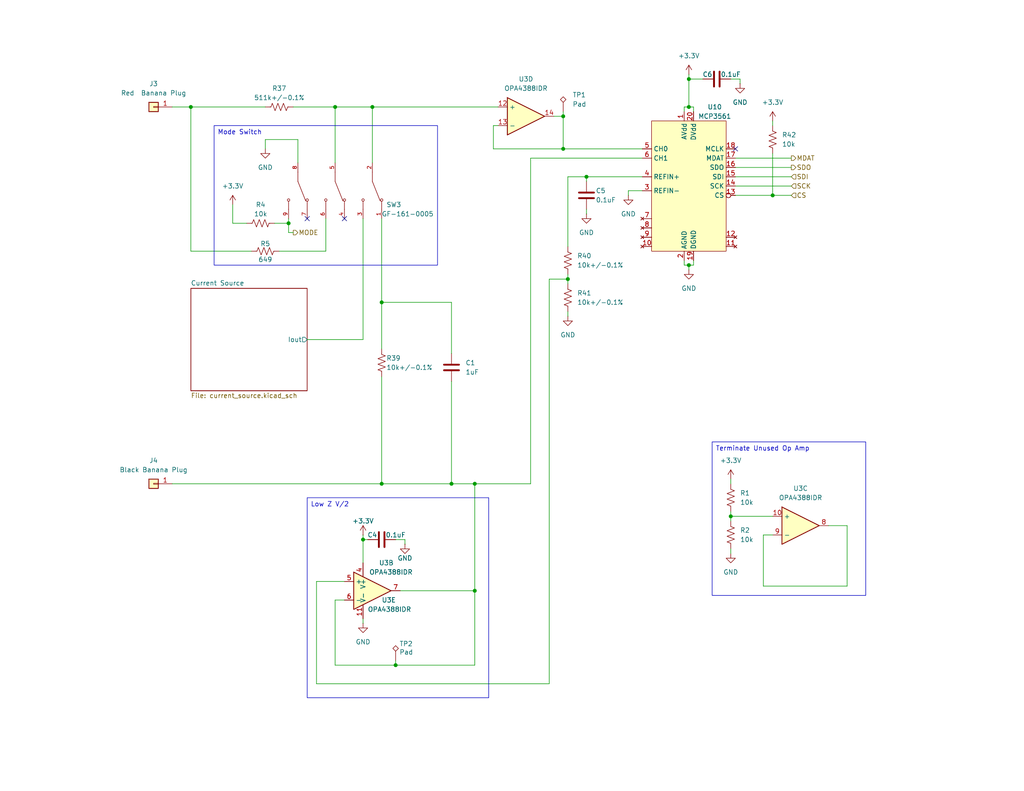
<source format=kicad_sch>
(kicad_sch (version 20231120) (generator "eeschema") (generator_version "8.0")
  (paper "A")
  (title_block (title "Multimeter Analog Front End") (date "2024-03-03") (rev "2"))
  (lib_symbols
    (symbol "Connector:TestPoint_Alt" (pin_numbers hide) (pin_names (offset 0.762) hide)
      (property "Reference" "TP" (at 0 6.858 0))
      (property "Value" "TestPoint_Alt" (at 0 5.08 0))
      (symbol "TestPoint_Alt_0_1"
        (polyline (pts (xy 0 2.54) (xy -0.762 3.302) (xy 0 4.064) (xy 0.762 3.302) (xy 0 2.54)))
      )
      (symbol "TestPoint_Alt_1_1"
        (pin passive line (at 0 0 90) (length 2.54) (name "1") (number "1"))
      )
    )
    (symbol "Connector_Generic:Conn_01x01" (pin_names (offset 1.016) hide)
      (property "Reference" "J" (at 0 2.54 0))
      (property "Value" "Conn_01x01" (at 0 -2.54 0))
      (symbol "Conn_01x01_1_1"
        (rectangle (start -1.27 0.127) (end 0 -0.127) (stroke (width 0.1524)))
        (rectangle (start -1.27 1.27) (end 1.27 -1.27) (stroke (width 0.254)) (fill (type background)))
        (pin passive line (at -5.08 0 0) (length 3.81) (name "Pin_1") (number "1"))
      )
    )
    (symbol "Device:C" (pin_numbers hide) (pin_names (offset 0.254))
      (property "Reference" "C" (at 0.635 2.54 0))
      (property "Value" "C" (at 0.635 -2.54 0))
      (symbol "C_0_1"
        (polyline (pts (xy -2.032 -0.762) (xy 2.032 -0.762)) (stroke (width 0.508)))
        (polyline (pts (xy -2.032 0.762) (xy 2.032 0.762)) (stroke (width 0.508)))
      )
      (symbol "C_1_1"
        (pin passive line (at 0 3.81 270) (length 2.794) (name "~") (number "1"))
        (pin passive line (at 0 -3.81 90) (length 2.794) (name "~") (number "2"))
      )
    )
    (symbol "Device:Opamp_Quad"
      (property "Reference" "U" (at 0 5.08 0))
      (property "Value" "Opamp_Quad" (at 0 -5.08 0))
      (symbol "Opamp_Quad_1_1"
        (polyline (pts (xy -5.08 5.08) (xy 5.08 0) (xy -5.08 -5.08) (xy -5.08 5.08)) (stroke (width 0.254)) (fill (type background)))
        (pin output line (at 7.62 0 180) (length 2.54) (name "~") (number "1"))
        (pin input line (at -7.62 -2.54 0) (length 2.54) (name "-") (number "2"))
        (pin input line (at -7.62 2.54 0) (length 2.54) (name "+") (number "3"))
      )
      (symbol "Opamp_Quad_2_1"
        (polyline (pts (xy -5.08 5.08) (xy 5.08 0) (xy -5.08 -5.08) (xy -5.08 5.08)) (stroke (width 0.254)) (fill (type background)))
        (pin input line (at -7.62 2.54 0) (length 2.54) (name "+") (number "5"))
        (pin input line (at -7.62 -2.54 0) (length 2.54) (name "-") (number "6"))
        (pin output line (at 7.62 0 180) (length 2.54) (name "~") (number "7"))
      )
      (symbol "Opamp_Quad_3_1"
        (polyline (pts (xy -5.08 5.08) (xy 5.08 0) (xy -5.08 -5.08) (xy -5.08 5.08)) (stroke (width 0.254)) (fill (type background)))
        (pin input line (at -7.62 2.54 0) (length 2.54) (name "+") (number "10"))
        (pin output line (at 7.62 0 180) (length 2.54) (name "~") (number "8"))
        (pin input line (at -7.62 -2.54 0) (length 2.54) (name "-") (number "9"))
      )
      (symbol "Opamp_Quad_4_1"
        (polyline (pts (xy -5.08 5.08) (xy 5.08 0) (xy -5.08 -5.08) (xy -5.08 5.08)) (stroke (width 0.254)) (fill (type background)))
        (pin input line (at -7.62 2.54 0) (length 2.54) (name "+") (number "12"))
        (pin input line (at -7.62 -2.54 0) (length 2.54) (name "-") (number "13"))
        (pin output line (at 7.62 0 180) (length 2.54) (name "~") (number "14"))
      )
      (symbol "Opamp_Quad_5_1"
        (pin power_in line (at -2.54 -7.62 90) (length 3.81) (name "V-") (number "11"))
        (pin power_in line (at -2.54 7.62 270) (length 3.81) (name "V+") (number "4"))
      )
    )
    (symbol "Device:R_US" (pin_numbers hide) (pin_names (offset 0))
      (property "Reference" "R" (at 2.54 0 90))
      (property "Value" "R_US" (at -2.54 0 90))
      (symbol "R_US_0_1"
        (polyline (pts (xy 0 -2.286) (xy 0 -2.54)))
        (polyline (pts (xy 0 2.286) (xy 0 2.54)))
        (polyline (pts (xy 0 -0.762) (xy 1.016 -1.143) (xy 0 -1.524) (xy -1.016 -1.905) (xy 0 -2.286)))
        (polyline (pts (xy 0 0.762) (xy 1.016 0.381) (xy 0 0) (xy -1.016 -0.381) (xy 0 -0.762)))
        (polyline (pts (xy 0 2.286) (xy 1.016 1.905) (xy 0 1.524) (xy -1.016 1.143) (xy 0 0.762)))
      )
      (symbol "R_US_1_1"
        (pin passive line (at 0 3.81 270) (length 1.27) (name "~") (number "1"))
        (pin passive line (at 0 -3.81 90) (length 1.27) (name "~") (number "2"))
      )
    )
    (symbol "multimeter_parts:GF-161-0005" (pin_names (offset 1.016))
      (property "Reference" "S" (at -2.54 15.24 0))
      (property "Value" "GF-161-0005" (at -2.54 -15.24 0))
      (symbol "GF-161-0005_0_0"
        (polyline (pts (xy -2.54 -10.16) (xy -5.08 -10.16)) (stroke (width 0.1524)))
        (polyline (pts (xy -2.54 -10.16) (xy 2.794 -8.0264)) (stroke (width 0.1524)))
        (polyline (pts (xy -2.54 0) (xy -5.08 0)) (stroke (width 0.1524)))
        (polyline (pts (xy -2.54 0) (xy 2.794 2.1336)) (stroke (width 0.1524)))
        (polyline (pts (xy -2.54 10.16) (xy -5.08 10.16)) (stroke (width 0.1524)))
        (polyline (pts (xy -2.54 10.16) (xy 2.794 12.2936)) (stroke (width 0.1524)))
        (polyline (pts (xy 5.08 -12.7) (xy 2.921 -12.7)) (stroke (width 0.1524)))
        (polyline (pts (xy 5.08 -7.62) (xy 2.921 -7.62)) (stroke (width 0.1524)))
        (polyline (pts (xy 5.08 -2.54) (xy 2.921 -2.54)) (stroke (width 0.1524)))
        (polyline (pts (xy 5.08 2.54) (xy 2.921 2.54)) (stroke (width 0.1524)))
        (polyline (pts (xy 5.08 7.62) (xy 2.921 7.62)) (stroke (width 0.1524)))
        (polyline (pts (xy 5.08 12.7) (xy 2.921 12.7)) (stroke (width 0.1524)))
        (circle (center 2.54 -12.7) (radius 0.3302) (stroke (width 0.1524)))
        (circle (center 2.54 -7.62) (radius 0.3302) (stroke (width 0.1524)))
        (circle (center 2.54 -2.54) (radius 0.3302) (stroke (width 0.1524)))
        (circle (center 2.54 2.54) (radius 0.3302) (stroke (width 0.1524)))
        (circle (center 2.54 7.62) (radius 0.3302) (stroke (width 0.1524)))
        (circle (center 2.54 12.7) (radius 0.3302) (stroke (width 0.1524)))
        (pin passive line (at 7.62 12.7 180) (length 2.54) (name "~") (number "1"))
        (pin passive line (at -7.62 10.16 0) (length 2.54) (name "~") (number "2"))
        (pin passive line (at 7.62 7.62 180) (length 2.54) (name "~") (number "3"))
        (pin passive line (at 7.62 2.54 180) (length 2.54) (name "~") (number "4"))
        (pin passive line (at -7.62 0 0) (length 2.54) (name "~") (number "5"))
        (pin passive line (at 7.62 -2.54 180) (length 2.54) (name "~") (number "6"))
        (pin passive line (at 7.62 -7.62 180) (length 2.54) (name "~") (number "7"))
        (pin passive line (at -7.62 -10.16 0) (length 2.54) (name "~") (number "8"))
        (pin passive line (at 7.62 -12.7 180) (length 2.54) (name "~") (number "9"))
      )
    )
    (symbol "multimeter_parts:MCP3561"
      (property "Reference" "U" (at -7.62 20.32 0))
      (property "Value" "MCP3561" (at -7.62 17.78 0))
      (symbol "MCP3561_1_1"
        (rectangle (start -10.16 16.51) (end 10.16 -19.05) (fill (type background)))
        (pin input line (at -1.27 19.05 270) (length 2.54) (name "AVdd") (number "1"))
        (pin no_connect line (at -12.7 -17.78 0) (length 2.54) (name "") (number "10"))
        (pin no_connect line (at 12.7 -17.78 180) (length 2.54) (name "") (number "11"))
        (pin no_connect line (at 12.7 -15.24 180) (length 2.54) (name "") (number "12"))
        (pin input inverted (at 12.7 -3.81 180) (length 2.54) (name "CS") (number "13"))
        (pin input line (at 12.7 -1.27 180) (length 2.54) (name "SCK") (number "14"))
        (pin input line (at 12.7 1.27 180) (length 2.54) (name "SDI") (number "15"))
        (pin input line (at 12.7 3.81 180) (length 2.54) (name "SDO") (number "16"))
        (pin input line (at 12.7 6.35 180) (length 2.54) (name "MDAT") (number "17"))
        (pin input line (at 12.7 8.89 180) (length 2.54) (name "MCLK") (number "18"))
        (pin input line (at 1.27 -21.59 90) (length 2.54) (name "DGND") (number "19"))
        (pin input line (at -1.27 -21.59 90) (length 2.54) (name "AGND") (number "2"))
        (pin input line (at 1.27 19.05 270) (length 2.54) (name "DVdd") (number "20"))
        (pin input line (at -12.7 -2.54 0) (length 2.54) (name "REFIN-") (number "3"))
        (pin input line (at -12.7 1.27 0) (length 2.54) (name "REFIN+") (number "4"))
        (pin input line (at -12.7 8.89 0) (length 2.54) (name "CH0") (number "5"))
        (pin input line (at -12.7 6.35 0) (length 2.54) (name "CH1") (number "6"))
        (pin no_connect line (at -12.7 -10.16 0) (length 2.54) (name "") (number "7"))
        (pin no_connect line (at -12.7 -12.7 0) (length 2.54) (name "") (number "8"))
        (pin no_connect line (at -12.7 -15.24 0) (length 2.54) (name "") (number "9"))
      )
    )
    (symbol "power:+3.3V" (power) (pin_numbers hide) (pin_names (offset 0) hide)
      (property "Value" "+3.3V" (at 0 3.556 0))
      (symbol "+3.3V_0_1"
        (polyline (pts (xy -0.762 1.27) (xy 0 2.54)))
        (polyline (pts (xy 0 0) (xy 0 2.54)))
        (polyline (pts (xy 0 2.54) (xy 0.762 1.27)))
      )
      (symbol "+3.3V_1_1"
        (pin power_in line (at 0 0 90) (length 0) (name "~") (number "1"))
      )
    )
    (symbol "power:GND" (power) (pin_numbers hide) (pin_names (offset 0) hide)
      (property "Value" "GND" (at 0 -3.81 0))
      (symbol "GND_0_1"
        (polyline (pts (xy 0 0) (xy 0 -1.27) (xy 1.27 -1.27) (xy 0 -2.54) (xy -1.27 -1.27) (xy 0 -1.27)))
      )
      (symbol "GND_1_1"
        (pin power_in line (at 0 0 270) (length 0) (name "~") (number "1"))
      )
    )
  )
  (junction (at 101.6 29.21))
  (junction (at 210.82 53.34))
  (junction (at 104.14 82.55))
  (junction (at 123.19 132.08))
  (junction (at 187.96 72.39))
  (junction (at 187.96 29.21))
  (junction (at 107.95 181.61))
  (junction (at 160.02 48.26))
  (junction (at 153.67 31.75))
  (junction (at 129.54 132.08))
  (junction (at 153.67 40.64))
  (junction (at 104.14 132.08))
  (junction (at 52.07 29.21))
  (junction (at 187.96 21.59))
  (junction (at 129.54 161.29))
  (junction (at 99.06 147.32))
  (junction (at 91.44 29.21))
  (junction (at 199.39 140.97))
  (junction (at 78.74 60.96))
  (junction (at 154.94 76.2))
  (no_connect (at 83.82 59.69))
  (no_connect (at 200.66 40.64))
  (no_connect (at 93.98 59.69))
  (wire (pts (xy 153.67 31.75) (xy 153.67 40.64)))
  (wire (pts (xy 231.14 160.02) (xy 231.14 143.51)))
  (wire (pts (xy 200.66 50.8) (xy 215.9 50.8)))
  (wire (pts (xy 144.78 43.18) (xy 175.26 43.18)))
  (wire (pts (xy 210.82 53.34) (xy 215.9 53.34)))
  (wire (pts (xy 171.45 52.07) (xy 175.26 52.07)))
  (wire (pts (xy 63.5 60.96) (xy 67.31 60.96)))
  (wire (pts (xy 199.39 130.81) (xy 199.39 132.08)))
  (wire (pts (xy 107.95 147.32) (xy 110.49 147.32)))
  (wire (pts (xy 199.39 149.86) (xy 199.39 151.13)))
  (wire (pts (xy 81.28 38.1) (xy 81.28 44.45)))
  (wire (pts (xy 91.44 163.83) (xy 91.44 181.61)))
  (wire (pts (xy 86.36 158.75) (xy 93.98 158.75)))
  (wire (pts (xy 187.96 21.59) (xy 187.96 29.21)))
  (wire (pts (xy 99.06 168.91) (xy 99.06 170.18)))
  (wire (pts (xy 153.67 31.75) (xy 151.13 31.75)))
  (wire (pts (xy 72.39 38.1) (xy 81.28 38.1)))
  (wire (pts (xy 52.07 68.58) (xy 68.58 68.58)))
  (wire (pts (xy 153.67 40.64) (xy 175.26 40.64)))
  (wire (pts (xy 231.14 143.51) (xy 226.06 143.51)))
  (wire (pts (xy 99.06 146.05) (xy 99.06 147.32)))
  (wire (pts (xy 129.54 132.08) (xy 144.78 132.08)))
  (wire (pts (xy 160.02 57.15) (xy 160.02 58.42)))
  (wire (pts (xy 154.94 74.93) (xy 154.94 76.2)))
  (wire (pts (xy 208.28 160.02) (xy 231.14 160.02)))
  (wire (pts (xy 208.28 146.05) (xy 208.28 160.02)))
  (wire (pts (xy 154.94 48.26) (xy 160.02 48.26)))
  (wire (pts (xy 200.66 45.72) (xy 215.9 45.72)))
  (wire (pts (xy 129.54 132.08) (xy 129.54 161.29)))
  (wire (pts (xy 135.89 34.29) (xy 134.62 34.29)))
  (wire (pts (xy 110.49 147.32) (xy 110.49 148.59)))
  (wire (pts (xy 104.14 102.87) (xy 104.14 132.08)))
  (wire (pts (xy 99.06 147.32) (xy 100.33 147.32)))
  (wire (pts (xy 210.82 41.91) (xy 210.82 53.34)))
  (wire (pts (xy 88.9 59.69) (xy 88.9 68.58)))
  (wire (pts (xy 52.07 29.21) (xy 72.39 29.21)))
  (wire (pts (xy 160.02 49.53) (xy 160.02 48.26)))
  (wire (pts (xy 144.78 43.18) (xy 144.78 132.08)))
  (wire (pts (xy 104.14 82.55) (xy 104.14 95.25)))
  (wire (pts (xy 93.98 163.83) (xy 91.44 163.83)))
  (wire (pts (xy 189.23 29.21) (xy 189.23 30.48)))
  (wire (pts (xy 101.6 29.21) (xy 135.89 29.21)))
  (wire (pts (xy 149.86 186.69) (xy 86.36 186.69)))
  (wire (pts (xy 76.2 68.58) (xy 88.9 68.58)))
  (wire (pts (xy 160.02 48.26) (xy 175.26 48.26)))
  (wire (pts (xy 63.5 55.88) (xy 63.5 60.96)))
  (wire (pts (xy 83.82 92.71) (xy 99.06 92.71)))
  (wire (pts (xy 200.66 48.26) (xy 215.9 48.26)))
  (wire (pts (xy 153.67 30.48) (xy 153.67 31.75)))
  (wire (pts (xy 123.19 104.14) (xy 123.19 132.08)))
  (wire (pts (xy 210.82 146.05) (xy 208.28 146.05)))
  (wire (pts (xy 201.93 21.59) (xy 201.93 22.86)))
  (wire (pts (xy 109.22 161.29) (xy 129.54 161.29)))
  (wire (pts (xy 99.06 147.32) (xy 99.06 153.67)))
  (wire (pts (xy 187.96 72.39) (xy 189.23 72.39)))
  (wire (pts (xy 104.14 59.69) (xy 104.14 82.55)))
  (wire (pts (xy 52.07 29.21) (xy 52.07 68.58)))
  (wire (pts (xy 78.74 60.96) (xy 78.74 59.69)))
  (wire (pts (xy 187.96 29.21) (xy 186.69 29.21)))
  (wire (pts (xy 78.74 63.5) (xy 80.01 63.5)))
  (wire (pts (xy 134.62 34.29) (xy 134.62 40.64)))
  (wire (pts (xy 123.19 96.52) (xy 123.19 82.55)))
  (wire (pts (xy 187.96 20.32) (xy 187.96 21.59)))
  (wire (pts (xy 187.96 72.39) (xy 187.96 73.66)))
  (wire (pts (xy 123.19 82.55) (xy 104.14 82.55)))
  (wire (pts (xy 129.54 132.08) (xy 123.19 132.08)))
  (wire (pts (xy 74.93 60.96) (xy 78.74 60.96)))
  (wire (pts (xy 154.94 67.31) (xy 154.94 48.26)))
  (wire (pts (xy 78.74 60.96) (xy 78.74 63.5)))
  (wire (pts (xy 200.66 43.18) (xy 215.9 43.18)))
  (wire (pts (xy 107.95 181.61) (xy 129.54 181.61)))
  (wire (pts (xy 99.06 92.71) (xy 99.06 59.69)))
  (wire (pts (xy 199.39 139.7) (xy 199.39 140.97)))
  (wire (pts (xy 91.44 29.21) (xy 91.44 44.45)))
  (wire (pts (xy 91.44 29.21) (xy 101.6 29.21)))
  (wire (pts (xy 186.69 72.39) (xy 187.96 72.39)))
  (wire (pts (xy 72.39 40.64) (xy 72.39 38.1)))
  (wire (pts (xy 171.45 53.34) (xy 171.45 52.07)))
  (wire (pts (xy 154.94 85.09) (xy 154.94 86.36)))
  (wire (pts (xy 86.36 186.69) (xy 86.36 158.75)))
  (wire (pts (xy 199.39 140.97) (xy 210.82 140.97)))
  (wire (pts (xy 154.94 76.2) (xy 154.94 77.47)))
  (wire (pts (xy 129.54 181.61) (xy 129.54 161.29)))
  (wire (pts (xy 123.19 132.08) (xy 104.14 132.08)))
  (wire (pts (xy 134.62 40.64) (xy 153.67 40.64)))
  (wire (pts (xy 149.86 76.2) (xy 149.86 186.69)))
  (wire (pts (xy 91.44 181.61) (xy 107.95 181.61)))
  (wire (pts (xy 187.96 21.59) (xy 191.77 21.59)))
  (wire (pts (xy 186.69 71.12) (xy 186.69 72.39)))
  (wire (pts (xy 101.6 29.21) (xy 101.6 44.45)))
  (wire (pts (xy 200.66 53.34) (xy 210.82 53.34)))
  (wire (pts (xy 189.23 71.12) (xy 189.23 72.39)))
  (wire (pts (xy 210.82 33.02) (xy 210.82 34.29)))
  (wire (pts (xy 46.99 132.08) (xy 104.14 132.08)))
  (wire (pts (xy 154.94 76.2) (xy 149.86 76.2)))
  (wire (pts (xy 199.39 21.59) (xy 201.93 21.59)))
  (wire (pts (xy 80.01 29.21) (xy 91.44 29.21)))
  (wire (pts (xy 107.95 180.34) (xy 107.95 181.61)))
  (wire (pts (xy 199.39 140.97) (xy 199.39 142.24)))
  (wire (pts (xy 186.69 29.21) (xy 186.69 30.48)))
  (wire (pts (xy 46.99 29.21) (xy 52.07 29.21)))
  (wire (pts (xy 187.96 29.21) (xy 189.23 29.21)))
  (text_box "Low Z V/2" (at 83.82 135.89 0) (size 49.53 54.61) (effects (font (size 1.27 1.27)) (justify left top)))
  (text_box "Mode Switch" (at 58.42 34.29 0) (size 60.96 38.1) (effects (font (size 1.27 1.27)) (justify left top)))
  (text_box "Terminate Unused Op Amp" (at 194.31 120.65 0) (size 41.91 41.91) (effects (font (size 1.27 1.27)) (justify left top)))
  (hierarchical_label "MDAT" (shape output) (at 215.9 43.18 0))
  (hierarchical_label "SDO" (shape output) (at 215.9 45.72 0))
  (hierarchical_label "CS" (shape input) (at 215.9 53.34 0))
  (hierarchical_label "SDI" (shape input) (at 215.9 48.26 0))
  (hierarchical_label "SCK" (shape input) (at 215.9 50.8 0))
  (hierarchical_label "MODE" (shape output) (at 80.01 63.5 0))
  (symbol (lib_id "Device:R_US") (at 72.39 68.58 90) (unit 1)
    (property "Reference" "R5" (at 72.39 66.548 90))
    (property "Value" "649" (at 72.39 70.866 90))
    (property "Footprint" "Resistor_SMD:R_0805_2012Metric_Pad1.20x1.40mm_HandSolder" (effects (hide yes)))
    (property "Description" "Resistor, US symbol" (effects (hide yes)))
    (property "Digikey Part #" "P10KDACT-ND" (effects (hide yes)))
    (property "Part #" "ERA-6AEB103V" (effects (hide yes)))
    (property "Unit Price" "0.13" (effects (hide yes)))
  )
  (symbol (lib_id "Connector_Generic:Conn_01x01") (at 41.91 29.21 180) (unit 1)
    (property "Reference" "J3" (at 41.91 22.86 0))
    (property "Value" "Red  Banana Plug" (at 41.91 25.4 0))
    (property "Footprint" "Multimeter:KEYSTONE_575-4" (effects (hide yes)))
    (property "Description" "Generic connector, single row, 01x01, script generated (kicad-library-utils/schlib/autogen/connector/)" (effects (hide yes)))
    (property "Digikey Part #" "36-575-8-ND" (effects (hide yes)))
    (property "Part #" "575-8" (effects (hide yes)))
    (property "Unit Price" "0.88" (effects (hide yes)))
  )
  (symbol (lib_id "Device:R_US") (at 199.39 146.05 0) (unit 1)
    (property "Reference" "R2" (at 201.93 144.78 0) (effects (justify left)))
    (property "Value" "10k" (at 201.93 147.32 0) (effects (justify left)))
    (property "Footprint" "Resistor_SMD:R_0805_2012Metric_Pad1.20x1.40mm_HandSolder" (effects (hide yes)))
    (property "Description" "Resistor, US symbol" (effects (hide yes)))
    (property "Digikey Part #" "RMCF0805FT10K0CT-ND" (effects (hide yes)))
    (property "Part #" "RMCF0805FT10K0" (effects (hide yes)))
    (property "Unit Price" "0.1" (effects (hide yes)))
  )
  (symbol (lib_id "power:+3.3V") (at 199.39 130.81 0) (unit 1)
    (property "Reference" "#PWR012" (effects (hide yes)))
    (property "Value" "+3.3V" (at 199.39 125.73 0))
    (property "Description" "Power symbol creates a global label with name \"+3.3V\"" (effects (hide yes)))
  )
  (symbol (lib_id "Connector:TestPoint_Alt") (at 107.95 180.34 0) (unit 1)
    (property "Reference" "TP2" (at 108.966 175.768 0) (effects (justify left)))
    (property "Value" "Pad" (at 108.966 178.054 0) (effects (justify left)))
    (property "Footprint" "TestPoint:TestPoint_THTPad_1.5x1.5mm_Drill0.7mm" (effects (hide yes)))
    (property "Description" "test point (alternative shape)" (effects (hide yes)))
  )
  (symbol (lib_id "power:GND") (at 99.06 170.18 0) (unit 1)
    (property "Reference" "#PWR032" (effects (hide yes)))
    (property "Value" "GND" (at 99.06 175.26 0))
    (property "Description" "Power symbol creates a global label with name \"GND\" , ground" (effects (hide yes)))
  )
  (symbol (lib_id "power:+3.3V") (at 187.96 20.32 0) (unit 1)
    (property "Reference" "#PWR036" (effects (hide yes)))
    (property "Value" "+3.3V" (at 187.96 15.24 0))
    (property "Description" "Power symbol creates a global label with name \"+3.3V\"" (effects (hide yes)))
  )
  (symbol (lib_id "power:GND") (at 187.96 73.66 0) (unit 1)
    (property "Reference" "#PWR037" (effects (hide yes)))
    (property "Value" "GND" (at 187.96 78.74 0))
    (property "Description" "Power symbol creates a global label with name \"GND\" , ground" (effects (hide yes)))
  )
  (symbol (lib_id "power:GND") (at 110.49 148.59 0) (unit 1)
    (property "Reference" "#PWR033" (effects (hide yes)))
    (property "Value" "GND" (at 110.49 152.4 0))
    (property "Description" "Power symbol creates a global label with name \"GND\" , ground" (effects (hide yes)))
  )
  (symbol (lib_id "power:GND") (at 171.45 53.34 0) (unit 1)
    (property "Reference" "#PWR07" (effects (hide yes)))
    (property "Value" "GND" (at 171.45 58.42 0))
    (property "Description" "Power symbol creates a global label with name \"GND\" , ground" (effects (hide yes)))
  )
  (symbol (lib_id "Device:C") (at 123.19 100.33 0) (unit 1)
    (property "Reference" "C1" (at 127 99.0599 0) (effects (justify left)))
    (property "Value" "1uF" (at 127 101.5999 0) (effects (justify left)))
    (property "Description" "Unpolarized capacitor" (effects (hide yes)))
  )
  (symbol (lib_id "Device:C") (at 160.02 53.34 0) (unit 1)
    (property "Reference" "C5" (at 162.56 52.07 0) (effects (justify left)))
    (property "Value" "0.1uF" (at 162.56 54.61 0) (effects (justify left)))
    (property "Footprint" "Capacitor_SMD:C_0805_2012Metric" (effects (hide yes)))
    (property "Description" "Unpolarized capacitor" (effects (hide yes)))
    (property "Digikey Part #" "1276-1003-1-ND" (effects (hide yes)))
    (property "Part #" "CL21B104KBCNNNC" (effects (hide yes)))
    (property "Unit Price" "0.1" (effects (hide yes)))
  )
  (symbol (lib_id "Device:R_US") (at 154.94 71.12 0) (unit 1)
    (property "Reference" "R40" (at 157.48 69.85 0) (effects (justify left)))
    (property "Value" "10k+/-0.1%" (at 157.48 72.39 0) (effects (justify left)))
    (property "Footprint" "Resistor_SMD:R_0805_2012Metric_Pad1.20x1.40mm_HandSolder" (effects (hide yes)))
    (property "Description" "Resistor, US symbol" (effects (hide yes)))
    (property "Digikey Part #" "P10KDACT-ND" (effects (hide yes)))
    (property "Part #" "ERA-6AEB103V" (effects (hide yes)))
    (property "Unit Price" "0.13" (effects (hide yes)))
  )
  (symbol (lib_id "Device:R_US") (at 210.82 38.1 0) (unit 1)
    (property "Reference" "R42" (at 213.36 36.83 0) (effects (justify left)))
    (property "Value" "10k" (at 213.36 39.37 0) (effects (justify left)))
    (property "Footprint" "Resistor_SMD:R_0805_2012Metric_Pad1.20x1.40mm_HandSolder" (effects (hide yes)))
    (property "Description" "Resistor, US symbol" (effects (hide yes)))
    (property "Digikey Part #" "RMCF0805FT10K0CT-ND" (effects (hide yes)))
    (property "Part #" "RMCF0805FT10K0" (effects (hide yes)))
    (property "Unit Price" "0.1" (effects (hide yes)))
  )
  (symbol (lib_id "Device:R_US") (at 71.12 60.96 90) (unit 1)
    (property "Reference" "R4" (at 71.12 55.88 90))
    (property "Value" "10k" (at 71.12 58.42 90))
    (property "Footprint" "Resistor_SMD:R_0805_2012Metric_Pad1.20x1.40mm_HandSolder" (effects (hide yes)))
    (property "Description" "Resistor, US symbol" (effects (hide yes)))
    (property "Digikey Part #" "RMCF0805FT10K0CT-ND" (effects (hide yes)))
    (property "Part #" "RMCF0805FT10K0" (effects (hide yes)))
    (property "Unit Price" "0.1" (effects (hide yes)))
  )
  (symbol (lib_id "power:+3.3V") (at 63.5 55.88 0) (unit 1)
    (property "Reference" "#PWR09" (effects (hide yes)))
    (property "Value" "+3.3V" (at 63.5 50.8 0))
    (property "Description" "Power symbol creates a global label with name \"+3.3V\"" (effects (hide yes)))
  )
  (symbol (lib_id "Device:R_US") (at 199.39 135.89 0) (unit 1)
    (property "Reference" "R1" (at 201.93 134.62 0) (effects (justify left)))
    (property "Value" "10k" (at 201.93 137.16 0) (effects (justify left)))
    (property "Footprint" "Resistor_SMD:R_0805_2012Metric_Pad1.20x1.40mm_HandSolder" (effects (hide yes)))
    (property "Description" "Resistor, US symbol" (effects (hide yes)))
    (property "Digikey Part #" "RMCF0805FT10K0CT-ND" (effects (hide yes)))
    (property "Part #" "RMCF0805FT10K0" (effects (hide yes)))
    (property "Unit Price" "0.1" (effects (hide yes)))
  )
  (symbol (lib_id "Device:Opamp_Quad") (at 218.44 143.51 0) (unit 3)
    (property "Reference" "U3" (at 218.44 133.35 0))
    (property "Value" "OPA4388IDR" (at 218.44 135.89 0))
    (property "Footprint" "Package_SO:SOIC-14_3.9x8.7mm_P1.27mm" (effects (hide yes)))
    (property "Description" "Quad operational amplifier" (effects (hide yes)))
    (property "Digikey Part #" "296-53511-1-ND" (effects (hide yes)))
    (property "Part #" "OPA4388IDR" (effects (hide yes)))
    (property "Unit Price" "4.92" (effects (hide yes)))
    (property "Sim.Library" "${KICAD7_SYMBOL_DIR}/Simulation_SPICE.sp" (effects (hide yes)))
    (property "Sim.Name" "kicad_builtin_opamp_quad" (effects (hide yes)))
    (property "Sim.Device" "SUBCKT" (effects (hide yes)))
    (property "Sim.Pins" "1=out1 2=in1- 3=in1+ 4=vcc 5=in2+ 6=in2- 7=out2 8=out3 9=in3- 10=in3+ 11=vee 12=in4+ 13=in4- 14=out4" (effects (hide yes)))
  )
  (symbol (lib_id "Device:R_US") (at 104.14 99.06 0) (unit 1)
    (property "Reference" "R39" (at 105.41 97.79 0) (effects (justify left)))
    (property "Value" "10k+/-0.1%" (at 105.41 100.33 0) (effects (justify left)))
    (property "Footprint" "Resistor_SMD:R_0805_2012Metric_Pad1.20x1.40mm_HandSolder" (effects (hide yes)))
    (property "Description" "Resistor, US symbol" (effects (hide yes)))
    (property "Digikey Part #" "P10KDACT-ND" (effects (hide yes)))
    (property "Part #" "ERA-6AEB103V" (effects (hide yes)))
    (property "Unit Price" "0.13" (effects (hide yes)))
  )
  (symbol (lib_id "power:GND") (at 72.39 40.64 0) (unit 1)
    (property "Reference" "#PWR08" (effects (hide yes)))
    (property "Value" "GND" (at 72.39 45.72 0))
    (property "Description" "Power symbol creates a global label with name \"GND\" , ground" (effects (hide yes)))
  )
  (symbol (lib_id "multimeter_parts:GF-161-0005") (at 91.44 52.07 270) (unit 1)
    (property "Reference" "SW3" (at 105.41 55.88 90) (effects (justify left)))
    (property "Value" "GF-161-0005" (at 104.14 58.42 90) (effects (justify left)))
    (property "Footprint" "Multimeter:GF-161-0005" (effects (hide yes)))
    (property "Description" "\nSlide Switch,Mini,G Series,3PDT,ON-ON,Top Actuated,0.5A,125VAC/DC,PC Pin | CW Industries GF-161-0005\n" (effects (hide yes)))
    (property "MF" "CW Industries" (effects (hide yes)))
    (property "MAXIMUM_PACKAGE_HEIGHT" "15.65mm" (effects (hide yes)))
    (property "Package" "None" (effects (hide yes)))
    (property "Price" "None" (effects (hide yes)))
    (property "Check_prices" "https://www.snapeda.com/parts/GF-161-0005/CW+Industries/view-part/?ref=eda" (effects (hide yes)))
    (property "STANDARD" "Manufacturer Recommendations" (effects (hide yes)))
    (property "PARTREV" "0" (effects (hide yes)))
    (property "SnapEDA_Link" "https://www.snapeda.com/parts/GF-161-0005/CW+Industries/view-part/?ref=snap" (effects (hide yes)))
    (property "MP" "GF-161-0005" (effects (hide yes)))
    (property "Availability" "In Stock" (effects (hide yes)))
    (property "MANUFACTURER" "CW Industries" (effects (hide yes)))
    (property "Digikey Part #" "CWI359-ND" (effects (hide yes)))
    (property "Part #" "GF-161-0005" (effects (hide yes)))
    (property "Unit Price" "1.97" (effects (hide yes)))
  )
  (symbol (lib_id "Device:R_US") (at 76.2 29.21 90) (unit 1)
    (property "Reference" "R37" (at 76.2 24.13 90))
    (property "Value" "511k+/-0.1%" (at 76.2 26.67 90))
    (property "Footprint" "Resistor_SMD:R_0805_2012Metric_Pad1.20x1.40mm_HandSolder" (effects (hide yes)))
    (property "Description" "Resistor, US symbol" (effects (hide yes)))
    (property "Digikey Part #" "P511KDACT-ND" (effects (hide yes)))
    (property "Part #" "ERA-6AEB5113V" (effects (hide yes)))
    (property "Unit Price" "0.13" (effects (hide yes)))
  )
  (symbol (lib_id "Device:Opamp_Quad") (at 143.51 31.75 0) (unit 4)
    (property "Reference" "U3" (at 143.51 21.59 0))
    (property "Value" "OPA4388IDR" (at 143.51 24.13 0))
    (property "Footprint" "Package_SO:SOIC-14_3.9x8.7mm_P1.27mm" (effects (hide yes)))
    (property "Description" "Quad operational amplifier" (effects (hide yes)))
    (property "Digikey Part #" "296-53511-1-ND" (effects (hide yes)))
    (property "Part #" "OPA4388IDR" (effects (hide yes)))
    (property "Unit Price" "4.92" (effects (hide yes)))
    (property "Sim.Library" "${KICAD7_SYMBOL_DIR}/Simulation_SPICE.sp" (effects (hide yes)))
    (property "Sim.Name" "kicad_builtin_opamp_quad" (effects (hide yes)))
    (property "Sim.Device" "SUBCKT" (effects (hide yes)))
    (property "Sim.Pins" "1=out1 2=in1- 3=in1+ 4=vcc 5=in2+ 6=in2- 7=out2 8=out3 9=in3- 10=in3+ 11=vee 12=in4+ 13=in4- 14=out4" (effects (hide yes)))
  )
  (symbol (lib_id "power:+3.3V") (at 210.82 33.02 0) (unit 1)
    (property "Reference" "#PWR040" (effects (hide yes)))
    (property "Value" "+3.3V" (at 210.82 27.94 0))
    (property "Description" "Power symbol creates a global label with name \"+3.3V\"" (effects (hide yes)))
  )
  (symbol (lib_id "multimeter_parts:MCP3561") (at 187.96 49.53 0) (unit 1)
    (property "Reference" "U10" (at 193.04 29.21 0) (effects (justify left)))
    (property "Value" "MCP3561" (at 190.5 31.75 0) (effects (justify left)))
    (property "Footprint" "Package_SO:SSOP-20_4.4x6.5mm_P0.65mm" (effects (hide yes)))
    (property "Digikey Part #" "150-MCP3561RT-E/STCT-ND" (effects (hide yes)))
    (property "Part #" "MCP3561RT-E/ST" (effects (hide yes)))
    (property "Unit Price" "3.00" (effects (hide yes)))
  )
  (symbol (lib_id "power:+3.3V") (at 99.06 146.05 0) (unit 1)
    (property "Reference" "#PWR031" (effects (hide yes)))
    (property "Value" "+3.3V" (at 99.06 142.24 0))
    (property "Description" "Power symbol creates a global label with name \"+3.3V\"" (effects (hide yes)))
  )
  (symbol (lib_id "power:GND") (at 199.39 151.13 0) (unit 1)
    (property "Reference" "#PWR011" (effects (hide yes)))
    (property "Value" "GND" (at 199.39 156.21 0))
    (property "Description" "Power symbol creates a global label with name \"GND\" , ground" (effects (hide yes)))
  )
  (symbol (lib_id "Device:C") (at 104.14 147.32 90) (unit 1)
    (property "Reference" "C4" (at 101.6 146.05 90))
    (property "Value" "0.1uF" (at 107.95 146.05 90))
    (property "Footprint" "Capacitor_SMD:C_0805_2012Metric" (effects (hide yes)))
    (property "Description" "Unpolarized capacitor" (effects (hide yes)))
    (property "Digikey Part #" "1276-1003-1-ND" (effects (hide yes)))
    (property "Part #" "CL21B104KBCNNNC" (effects (hide yes)))
    (property "Unit Price" "0.1" (effects (hide yes)))
  )
  (symbol (lib_id "Device:Opamp_Quad") (at 101.6 161.29 0) (unit 2)
    (property "Reference" "U3" (at 105.41 153.67 0))
    (property "Value" "OPA4388IDR" (at 106.68 156.21 0))
    (property "Footprint" "Package_SO:SOIC-14_3.9x8.7mm_P1.27mm" (effects (hide yes)))
    (property "Description" "Quad operational amplifier" (effects (hide yes)))
    (property "Digikey Part #" "296-53511-1-ND" (effects (hide yes)))
    (property "Part #" "OPA4388IDR" (effects (hide yes)))
    (property "Unit Price" "4.92" (effects (hide yes)))
    (property "Sim.Library" "${KICAD7_SYMBOL_DIR}/Simulation_SPICE.sp" (effects (hide yes)))
    (property "Sim.Name" "kicad_builtin_opamp_quad" (effects (hide yes)))
    (property "Sim.Device" "SUBCKT" (effects (hide yes)))
    (property "Sim.Pins" "1=out1 2=in1- 3=in1+ 4=vcc 5=in2+ 6=in2- 7=out2 8=out3 9=in3- 10=in3+ 11=vee 12=in4+ 13=in4- 14=out4" (effects (hide yes)))
  )
  (symbol (lib_id "power:GND") (at 201.93 22.86 0) (unit 1)
    (property "Reference" "#PWR039" (effects (hide yes)))
    (property "Value" "GND" (at 201.93 27.94 0))
    (property "Description" "Power symbol creates a global label with name \"GND\" , ground" (effects (hide yes)))
  )
  (symbol (lib_id "Device:Opamp_Quad") (at 101.6 161.29 0) (unit 5)
    (property "Reference" "U3" (at 104.14 163.83 0) (effects (justify left)))
    (property "Value" "OPA4388IDR" (at 100.33 166.37 0) (effects (justify left)))
    (property "Footprint" "Package_SO:SOIC-14_3.9x8.7mm_P1.27mm" (effects (hide yes)))
    (property "Description" "Quad operational amplifier" (effects (hide yes)))
    (property "Digikey Part #" "296-53511-1-ND" (effects (hide yes)))
    (property "Part #" "OPA4388IDR" (effects (hide yes)))
    (property "Unit Price" "4.92" (effects (hide yes)))
    (property "Sim.Library" "${KICAD7_SYMBOL_DIR}/Simulation_SPICE.sp" (effects (hide yes)))
    (property "Sim.Name" "kicad_builtin_opamp_quad" (effects (hide yes)))
    (property "Sim.Device" "SUBCKT" (effects (hide yes)))
    (property "Sim.Pins" "1=out1 2=in1- 3=in1+ 4=vcc 5=in2+ 6=in2- 7=out2 8=out3 9=in3- 10=in3+ 11=vee 12=in4+ 13=in4- 14=out4" (effects (hide yes)))
  )
  (symbol (lib_id "Device:C") (at 195.58 21.59 90) (unit 1)
    (property "Reference" "C6" (at 193.04 20.32 90))
    (property "Value" "0.1uF" (at 199.39 20.32 90))
    (property "Footprint" "Capacitor_SMD:C_0805_2012Metric" (effects (hide yes)))
    (property "Description" "Unpolarized capacitor" (effects (hide yes)))
    (property "Digikey Part #" "1276-1003-1-ND" (effects (hide yes)))
    (property "Part #" "CL21B104KBCNNNC" (effects (hide yes)))
    (property "Unit Price" "0.1" (effects (hide yes)))
  )
  (symbol (lib_id "power:GND") (at 160.02 58.42 0) (unit 1)
    (property "Reference" "#PWR035" (effects (hide yes)))
    (property "Value" "GND" (at 160.02 63.5 0))
    (property "Description" "Power symbol creates a global label with name \"GND\" , ground" (effects (hide yes)))
  )
  (symbol (lib_id "power:GND") (at 154.94 86.36 0) (unit 1)
    (property "Reference" "#PWR034" (effects (hide yes)))
    (property "Value" "GND" (at 154.94 91.44 0))
    (property "Description" "Power symbol creates a global label with name \"GND\" , ground" (effects (hide yes)))
  )
  (symbol (lib_id "Connector:TestPoint_Alt") (at 153.67 30.48 0) (unit 1)
    (property "Reference" "TP1" (at 156.21 25.9079 0) (effects (justify left)))
    (property "Value" "Pad" (at 156.21 28.4479 0) (effects (justify left)))
    (property "Footprint" "TestPoint:TestPoint_THTPad_1.5x1.5mm_Drill0.7mm" (effects (hide yes)))
    (property "Description" "test point (alternative shape)" (effects (hide yes)))
  )
  (symbol (lib_id "Connector_Generic:Conn_01x01") (at 41.91 132.08 180) (unit 1)
    (property "Reference" "J4" (at 41.91 125.73 0))
    (property "Value" "Black Banana Plug" (at 41.91 128.27 0))
    (property "Footprint" "Multimeter:KEYSTONE_575-4" (effects (hide yes)))
    (property "Description" "Generic connector, single row, 01x01, script generated (kicad-library-utils/schlib/autogen/connector/)" (effects (hide yes)))
    (property "Digikey Part #" "36-575-8-ND" (effects (hide yes)))
    (property "Part #" "575-8" (effects (hide yes)))
    (property "Unit Price" "0.88" (effects (hide yes)))
  )
  (symbol (lib_id "Device:R_US") (at 154.94 81.28 0) (unit 1)
    (property "Reference" "R41" (at 157.48 80.01 0) (effects (justify left)))
    (property "Value" "10k+/-0.1%" (at 157.48 82.55 0) (effects (justify left)))
    (property "Footprint" "Resistor_SMD:R_0805_2012Metric_Pad1.20x1.40mm_HandSolder" (effects (hide yes)))
    (property "Description" "Resistor, US symbol" (effects (hide yes)))
    (property "Digikey Part #" "P10KDACT-ND" (effects (hide yes)))
    (property "Part #" "ERA-6AEB103V" (effects (hide yes)))
    (property "Unit Price" "0.13" (effects (hide yes)))
  )
  (sheet (at 52.07 78.74) (size 31.75 27.94) (stroke (width 0.1524))
    (property "Sheetname" "Current Source" (at 52.07 78.0284 0) (effects (justify left bottom)))
    (property "Sheetfile" "current_source.kicad_sch" (at 52.07 107.2646 0) (effects (justify left top)))
    (pin "Iout" output (at 83.82 92.71 0))
  )
)
</source>
